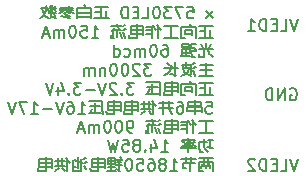
<source format=gbo>
%TF.GenerationSoftware,KiCad,Pcbnew,8.0.5*%
%TF.CreationDate,2024-10-25T17:28:07+08:00*%
%TF.ProjectId,LED_SMT_5730_5S6P_15W,4c45445f-534d-4545-9f35-3733305f3553,rev?*%
%TF.SameCoordinates,Original*%
%TF.FileFunction,Legend,Bot*%
%TF.FilePolarity,Positive*%
%FSLAX46Y46*%
G04 Gerber Fmt 4.6, Leading zero omitted, Abs format (unit mm)*
G04 Created by KiCad (PCBNEW 8.0.5) date 2024-10-25 17:28:07*
%MOMM*%
%LPD*%
G01*
G04 APERTURE LIST*
%ADD10C,0.200000*%
G04 APERTURE END LIST*
D10*
X121205564Y-109677667D02*
X120681755Y-109011000D01*
X121205564Y-109011000D02*
X120681755Y-109677667D01*
X119062707Y-108677667D02*
X119538897Y-108677667D01*
X119538897Y-108677667D02*
X119586516Y-109153857D01*
X119586516Y-109153857D02*
X119538897Y-109106238D01*
X119538897Y-109106238D02*
X119443659Y-109058619D01*
X119443659Y-109058619D02*
X119205564Y-109058619D01*
X119205564Y-109058619D02*
X119110326Y-109106238D01*
X119110326Y-109106238D02*
X119062707Y-109153857D01*
X119062707Y-109153857D02*
X119015088Y-109249095D01*
X119015088Y-109249095D02*
X119015088Y-109487190D01*
X119015088Y-109487190D02*
X119062707Y-109582428D01*
X119062707Y-109582428D02*
X119110326Y-109630048D01*
X119110326Y-109630048D02*
X119205564Y-109677667D01*
X119205564Y-109677667D02*
X119443659Y-109677667D01*
X119443659Y-109677667D02*
X119538897Y-109630048D01*
X119538897Y-109630048D02*
X119586516Y-109582428D01*
X118681754Y-108677667D02*
X118015088Y-108677667D01*
X118015088Y-108677667D02*
X118443659Y-109677667D01*
X117729373Y-108677667D02*
X117110326Y-108677667D01*
X117110326Y-108677667D02*
X117443659Y-109058619D01*
X117443659Y-109058619D02*
X117300802Y-109058619D01*
X117300802Y-109058619D02*
X117205564Y-109106238D01*
X117205564Y-109106238D02*
X117157945Y-109153857D01*
X117157945Y-109153857D02*
X117110326Y-109249095D01*
X117110326Y-109249095D02*
X117110326Y-109487190D01*
X117110326Y-109487190D02*
X117157945Y-109582428D01*
X117157945Y-109582428D02*
X117205564Y-109630048D01*
X117205564Y-109630048D02*
X117300802Y-109677667D01*
X117300802Y-109677667D02*
X117586516Y-109677667D01*
X117586516Y-109677667D02*
X117681754Y-109630048D01*
X117681754Y-109630048D02*
X117729373Y-109582428D01*
X116491278Y-108677667D02*
X116396040Y-108677667D01*
X116396040Y-108677667D02*
X116300802Y-108725286D01*
X116300802Y-108725286D02*
X116253183Y-108772905D01*
X116253183Y-108772905D02*
X116205564Y-108868143D01*
X116205564Y-108868143D02*
X116157945Y-109058619D01*
X116157945Y-109058619D02*
X116157945Y-109296714D01*
X116157945Y-109296714D02*
X116205564Y-109487190D01*
X116205564Y-109487190D02*
X116253183Y-109582428D01*
X116253183Y-109582428D02*
X116300802Y-109630048D01*
X116300802Y-109630048D02*
X116396040Y-109677667D01*
X116396040Y-109677667D02*
X116491278Y-109677667D01*
X116491278Y-109677667D02*
X116586516Y-109630048D01*
X116586516Y-109630048D02*
X116634135Y-109582428D01*
X116634135Y-109582428D02*
X116681754Y-109487190D01*
X116681754Y-109487190D02*
X116729373Y-109296714D01*
X116729373Y-109296714D02*
X116729373Y-109058619D01*
X116729373Y-109058619D02*
X116681754Y-108868143D01*
X116681754Y-108868143D02*
X116634135Y-108772905D01*
X116634135Y-108772905D02*
X116586516Y-108725286D01*
X116586516Y-108725286D02*
X116491278Y-108677667D01*
X115253183Y-109677667D02*
X115729373Y-109677667D01*
X115729373Y-109677667D02*
X115729373Y-108677667D01*
X114919849Y-109153857D02*
X114586516Y-109153857D01*
X114443659Y-109677667D02*
X114919849Y-109677667D01*
X114919849Y-109677667D02*
X114919849Y-108677667D01*
X114919849Y-108677667D02*
X114443659Y-108677667D01*
X114015087Y-109677667D02*
X114015087Y-108677667D01*
X114015087Y-108677667D02*
X113776992Y-108677667D01*
X113776992Y-108677667D02*
X113634135Y-108725286D01*
X113634135Y-108725286D02*
X113538897Y-108820524D01*
X113538897Y-108820524D02*
X113491278Y-108915762D01*
X113491278Y-108915762D02*
X113443659Y-109106238D01*
X113443659Y-109106238D02*
X113443659Y-109249095D01*
X113443659Y-109249095D02*
X113491278Y-109439571D01*
X113491278Y-109439571D02*
X113538897Y-109534809D01*
X113538897Y-109534809D02*
X113634135Y-109630048D01*
X113634135Y-109630048D02*
X113776992Y-109677667D01*
X113776992Y-109677667D02*
X114015087Y-109677667D01*
X112348420Y-108677667D02*
X111205563Y-108677667D01*
X111729373Y-109153857D02*
X111253182Y-109153857D01*
X112396039Y-109677667D02*
X111157944Y-109677667D01*
X112157944Y-109011000D02*
X112157944Y-109677667D01*
X111729373Y-108677667D02*
X111729373Y-109677667D01*
X110919849Y-109201476D02*
X109681754Y-109201476D01*
X110919849Y-109582428D02*
X109681754Y-109582428D01*
X110919849Y-108772905D02*
X110919849Y-109677667D01*
X110919849Y-108772905D02*
X109681754Y-108772905D01*
X109681754Y-108772905D02*
X109681754Y-109677667D01*
X110348421Y-108534809D02*
X110443659Y-108772905D01*
X109348421Y-108772905D02*
X108348421Y-108772905D01*
X109396040Y-108963381D02*
X108253183Y-108963381D01*
X108443659Y-108677667D02*
X108300802Y-108868143D01*
X109015088Y-108630048D02*
X109157945Y-108772905D01*
X108634136Y-108963381D02*
X108443659Y-109153857D01*
X108443659Y-109153857D02*
X108205564Y-109249095D01*
X108919850Y-108868143D02*
X109157945Y-109153857D01*
X109157945Y-109153857D02*
X109443659Y-109249095D01*
X108776993Y-109106238D02*
X109110326Y-109249095D01*
X108586517Y-109249095D02*
X108824612Y-109391952D01*
X108824612Y-109391952D02*
X109110326Y-109439571D01*
X108396040Y-109439571D02*
X108729374Y-109582428D01*
X108729374Y-109582428D02*
X109157945Y-109677667D01*
X107967469Y-108820524D02*
X107348422Y-108820524D01*
X107967469Y-109249095D02*
X107348422Y-109249095D01*
X107634136Y-108534809D02*
X107634136Y-109106238D01*
X107872231Y-108582428D02*
X107824612Y-108725286D01*
X107634136Y-108820524D02*
X107919850Y-109058619D01*
X107443660Y-108582428D02*
X107491279Y-108725286D01*
X107634136Y-108868143D02*
X107396041Y-109011000D01*
X107872231Y-109439571D02*
X107443660Y-109630048D01*
X107729374Y-109106238D02*
X107872231Y-109487190D01*
X107157946Y-108677667D02*
X107348422Y-109106238D01*
X107491279Y-109249095D02*
X107538898Y-109487190D01*
X107538898Y-109487190D02*
X107681755Y-109582428D01*
X107681755Y-109582428D02*
X107919850Y-109677667D01*
X107205565Y-108820524D02*
X106634136Y-108820524D01*
X107110327Y-108582428D02*
X107348422Y-109058619D01*
X107205565Y-108820524D02*
X106967469Y-109344333D01*
X106967469Y-109344333D02*
X106776993Y-109582428D01*
X106776993Y-109582428D02*
X106586517Y-109630048D01*
X106776993Y-108820524D02*
X106919850Y-109344333D01*
X106919850Y-109344333D02*
X107110327Y-109534809D01*
X107110327Y-109534809D02*
X107348422Y-109630048D01*
X121205564Y-110287611D02*
X120062707Y-110287611D01*
X120586517Y-110763801D02*
X120110326Y-110763801D01*
X121253183Y-111287611D02*
X120015088Y-111287611D01*
X121015088Y-110620944D02*
X121015088Y-111287611D01*
X120586517Y-110287611D02*
X120586517Y-111287611D01*
X119443660Y-111001896D02*
X118872232Y-111001896D01*
X118872232Y-111287611D02*
X118538898Y-111287611D01*
X119776993Y-110382849D02*
X119776993Y-111287611D01*
X119443660Y-110668563D02*
X119443660Y-111097134D01*
X119443660Y-110668563D02*
X118872232Y-110668563D01*
X118872232Y-110668563D02*
X118872232Y-111001896D01*
X119776993Y-110382849D02*
X118538898Y-110382849D01*
X118538898Y-110382849D02*
X118538898Y-111287611D01*
X119253184Y-110144753D02*
X119348422Y-110382849D01*
X118253184Y-110335230D02*
X117110327Y-110335230D01*
X118300803Y-111287611D02*
X117062708Y-111287611D01*
X117681756Y-110335230D02*
X117681756Y-111287611D01*
X116253185Y-110430468D02*
X115586518Y-110430468D01*
X116062709Y-110668563D02*
X115586518Y-110668563D01*
X116062709Y-110954277D02*
X115586518Y-110954277D01*
X116586518Y-110382849D02*
X116586518Y-111287611D01*
X116062709Y-110382849D02*
X116062709Y-111287611D01*
X116491280Y-110192372D02*
X116634137Y-110478087D01*
X116634137Y-110478087D02*
X116824613Y-110668563D01*
X116157947Y-110192372D02*
X116300804Y-110525706D01*
X116300804Y-110525706D02*
X116443661Y-110668563D01*
X115348423Y-110668563D02*
X114253185Y-110668563D01*
X115348423Y-110954277D02*
X114253185Y-110954277D01*
X114776995Y-111287611D02*
X114157947Y-111287611D01*
X115348423Y-110335230D02*
X115348423Y-111049515D01*
X114776995Y-110144753D02*
X114776995Y-111287611D01*
X115348423Y-110335230D02*
X114253185Y-110335230D01*
X114253185Y-110335230D02*
X114253185Y-110954277D01*
X114110328Y-111049515D02*
X114157947Y-111287611D01*
X113491281Y-110335230D02*
X112634138Y-110335230D01*
X113443662Y-110668563D02*
X112729376Y-110668563D01*
X112824614Y-111287611D02*
X112634138Y-111287611D01*
X113110329Y-110763801D02*
X113110329Y-111239992D01*
X112776995Y-110763801D02*
X112776995Y-111287611D01*
X112634138Y-111097134D02*
X112634138Y-111287611D01*
X112919852Y-110478087D02*
X112681757Y-110716182D01*
X113776995Y-110192372D02*
X113586519Y-110287611D01*
X113872233Y-110525706D02*
X113634138Y-110620944D01*
X113634138Y-110859039D02*
X113824614Y-111287611D01*
X113110329Y-110144753D02*
X113157948Y-110335230D01*
X113157948Y-110335230D02*
X113300805Y-110620944D01*
X113348424Y-110811420D02*
X113443662Y-111192372D01*
X113443662Y-111192372D02*
X113538900Y-111287611D01*
X110967472Y-111287611D02*
X111538900Y-111287611D01*
X111253186Y-111287611D02*
X111253186Y-110287611D01*
X111253186Y-110287611D02*
X111348424Y-110430468D01*
X111348424Y-110430468D02*
X111443662Y-110525706D01*
X111443662Y-110525706D02*
X111538900Y-110573325D01*
X110062710Y-110287611D02*
X110538900Y-110287611D01*
X110538900Y-110287611D02*
X110586519Y-110763801D01*
X110586519Y-110763801D02*
X110538900Y-110716182D01*
X110538900Y-110716182D02*
X110443662Y-110668563D01*
X110443662Y-110668563D02*
X110205567Y-110668563D01*
X110205567Y-110668563D02*
X110110329Y-110716182D01*
X110110329Y-110716182D02*
X110062710Y-110763801D01*
X110062710Y-110763801D02*
X110015091Y-110859039D01*
X110015091Y-110859039D02*
X110015091Y-111097134D01*
X110015091Y-111097134D02*
X110062710Y-111192372D01*
X110062710Y-111192372D02*
X110110329Y-111239992D01*
X110110329Y-111239992D02*
X110205567Y-111287611D01*
X110205567Y-111287611D02*
X110443662Y-111287611D01*
X110443662Y-111287611D02*
X110538900Y-111239992D01*
X110538900Y-111239992D02*
X110586519Y-111192372D01*
X109396043Y-110287611D02*
X109300805Y-110287611D01*
X109300805Y-110287611D02*
X109205567Y-110335230D01*
X109205567Y-110335230D02*
X109157948Y-110382849D01*
X109157948Y-110382849D02*
X109110329Y-110478087D01*
X109110329Y-110478087D02*
X109062710Y-110668563D01*
X109062710Y-110668563D02*
X109062710Y-110906658D01*
X109062710Y-110906658D02*
X109110329Y-111097134D01*
X109110329Y-111097134D02*
X109157948Y-111192372D01*
X109157948Y-111192372D02*
X109205567Y-111239992D01*
X109205567Y-111239992D02*
X109300805Y-111287611D01*
X109300805Y-111287611D02*
X109396043Y-111287611D01*
X109396043Y-111287611D02*
X109491281Y-111239992D01*
X109491281Y-111239992D02*
X109538900Y-111192372D01*
X109538900Y-111192372D02*
X109586519Y-111097134D01*
X109586519Y-111097134D02*
X109634138Y-110906658D01*
X109634138Y-110906658D02*
X109634138Y-110668563D01*
X109634138Y-110668563D02*
X109586519Y-110478087D01*
X109586519Y-110478087D02*
X109538900Y-110382849D01*
X109538900Y-110382849D02*
X109491281Y-110335230D01*
X109491281Y-110335230D02*
X109396043Y-110287611D01*
X108634138Y-111287611D02*
X108634138Y-110620944D01*
X108634138Y-110716182D02*
X108586519Y-110668563D01*
X108586519Y-110668563D02*
X108491281Y-110620944D01*
X108491281Y-110620944D02*
X108348424Y-110620944D01*
X108348424Y-110620944D02*
X108253186Y-110668563D01*
X108253186Y-110668563D02*
X108205567Y-110763801D01*
X108205567Y-110763801D02*
X108205567Y-111287611D01*
X108205567Y-110763801D02*
X108157948Y-110668563D01*
X108157948Y-110668563D02*
X108062710Y-110620944D01*
X108062710Y-110620944D02*
X107919853Y-110620944D01*
X107919853Y-110620944D02*
X107824614Y-110668563D01*
X107824614Y-110668563D02*
X107776995Y-110763801D01*
X107776995Y-110763801D02*
X107776995Y-111287611D01*
X107348424Y-111001896D02*
X106872234Y-111001896D01*
X107443662Y-111287611D02*
X107110329Y-110287611D01*
X107110329Y-110287611D02*
X106776996Y-111287611D01*
X121253183Y-112278507D02*
X120015088Y-112278507D01*
X120443660Y-112897555D02*
X120062707Y-112897555D01*
X120634136Y-111754697D02*
X120634136Y-112278507D01*
X120443660Y-112278507D02*
X120443660Y-112897555D01*
X120015088Y-112707078D02*
X120062707Y-112897555D01*
X121062707Y-111849936D02*
X120919850Y-112135650D01*
X120205564Y-111802316D02*
X120348422Y-112135650D01*
X120824612Y-112278507D02*
X120919850Y-112659459D01*
X120919850Y-112659459D02*
X121062707Y-112802316D01*
X121062707Y-112802316D02*
X121253183Y-112897555D01*
X119205565Y-112088031D02*
X118634136Y-112088031D01*
X119729374Y-112183269D02*
X119396041Y-112183269D01*
X119253184Y-112564221D02*
X118634136Y-112564221D01*
X119015089Y-112849936D02*
X118586517Y-112849936D01*
X119157946Y-112849936D02*
X118776993Y-112849936D01*
X119300803Y-112849936D02*
X118872232Y-112849936D01*
X119681755Y-112897555D02*
X119443660Y-112897555D01*
X119776993Y-111849936D02*
X119396041Y-111849936D01*
X119396041Y-111849936D02*
X119396041Y-112135650D01*
X119253184Y-112278507D02*
X119253184Y-112564221D01*
X119205565Y-111849936D02*
X119205565Y-112088031D01*
X118919851Y-112088031D02*
X118919851Y-112849936D01*
X119205565Y-111849936D02*
X118634136Y-111849936D01*
X118634136Y-111849936D02*
X118634136Y-112088031D01*
X119253184Y-112278507D02*
X118634136Y-112278507D01*
X118634136Y-112278507D02*
X118634136Y-112564221D01*
X118729374Y-112659459D02*
X118538898Y-112849936D01*
X119729374Y-112135650D02*
X119776993Y-112421364D01*
X119776993Y-112421364D02*
X119396041Y-112421364D01*
X119396041Y-112421364D02*
X119443660Y-112897555D01*
X116967470Y-111897555D02*
X117157946Y-111897555D01*
X117157946Y-111897555D02*
X117253184Y-111945174D01*
X117253184Y-111945174D02*
X117300803Y-111992793D01*
X117300803Y-111992793D02*
X117396041Y-112135650D01*
X117396041Y-112135650D02*
X117443660Y-112326126D01*
X117443660Y-112326126D02*
X117443660Y-112707078D01*
X117443660Y-112707078D02*
X117396041Y-112802316D01*
X117396041Y-112802316D02*
X117348422Y-112849936D01*
X117348422Y-112849936D02*
X117253184Y-112897555D01*
X117253184Y-112897555D02*
X117062708Y-112897555D01*
X117062708Y-112897555D02*
X116967470Y-112849936D01*
X116967470Y-112849936D02*
X116919851Y-112802316D01*
X116919851Y-112802316D02*
X116872232Y-112707078D01*
X116872232Y-112707078D02*
X116872232Y-112468983D01*
X116872232Y-112468983D02*
X116919851Y-112373745D01*
X116919851Y-112373745D02*
X116967470Y-112326126D01*
X116967470Y-112326126D02*
X117062708Y-112278507D01*
X117062708Y-112278507D02*
X117253184Y-112278507D01*
X117253184Y-112278507D02*
X117348422Y-112326126D01*
X117348422Y-112326126D02*
X117396041Y-112373745D01*
X117396041Y-112373745D02*
X117443660Y-112468983D01*
X116253184Y-111897555D02*
X116157946Y-111897555D01*
X116157946Y-111897555D02*
X116062708Y-111945174D01*
X116062708Y-111945174D02*
X116015089Y-111992793D01*
X116015089Y-111992793D02*
X115967470Y-112088031D01*
X115967470Y-112088031D02*
X115919851Y-112278507D01*
X115919851Y-112278507D02*
X115919851Y-112516602D01*
X115919851Y-112516602D02*
X115967470Y-112707078D01*
X115967470Y-112707078D02*
X116015089Y-112802316D01*
X116015089Y-112802316D02*
X116062708Y-112849936D01*
X116062708Y-112849936D02*
X116157946Y-112897555D01*
X116157946Y-112897555D02*
X116253184Y-112897555D01*
X116253184Y-112897555D02*
X116348422Y-112849936D01*
X116348422Y-112849936D02*
X116396041Y-112802316D01*
X116396041Y-112802316D02*
X116443660Y-112707078D01*
X116443660Y-112707078D02*
X116491279Y-112516602D01*
X116491279Y-112516602D02*
X116491279Y-112278507D01*
X116491279Y-112278507D02*
X116443660Y-112088031D01*
X116443660Y-112088031D02*
X116396041Y-111992793D01*
X116396041Y-111992793D02*
X116348422Y-111945174D01*
X116348422Y-111945174D02*
X116253184Y-111897555D01*
X115491279Y-112897555D02*
X115491279Y-112230888D01*
X115491279Y-112326126D02*
X115443660Y-112278507D01*
X115443660Y-112278507D02*
X115348422Y-112230888D01*
X115348422Y-112230888D02*
X115205565Y-112230888D01*
X115205565Y-112230888D02*
X115110327Y-112278507D01*
X115110327Y-112278507D02*
X115062708Y-112373745D01*
X115062708Y-112373745D02*
X115062708Y-112897555D01*
X115062708Y-112373745D02*
X115015089Y-112278507D01*
X115015089Y-112278507D02*
X114919851Y-112230888D01*
X114919851Y-112230888D02*
X114776994Y-112230888D01*
X114776994Y-112230888D02*
X114681755Y-112278507D01*
X114681755Y-112278507D02*
X114634136Y-112373745D01*
X114634136Y-112373745D02*
X114634136Y-112897555D01*
X113729375Y-112849936D02*
X113824613Y-112897555D01*
X113824613Y-112897555D02*
X114015089Y-112897555D01*
X114015089Y-112897555D02*
X114110327Y-112849936D01*
X114110327Y-112849936D02*
X114157946Y-112802316D01*
X114157946Y-112802316D02*
X114205565Y-112707078D01*
X114205565Y-112707078D02*
X114205565Y-112421364D01*
X114205565Y-112421364D02*
X114157946Y-112326126D01*
X114157946Y-112326126D02*
X114110327Y-112278507D01*
X114110327Y-112278507D02*
X114015089Y-112230888D01*
X114015089Y-112230888D02*
X113824613Y-112230888D01*
X113824613Y-112230888D02*
X113729375Y-112278507D01*
X112872232Y-112897555D02*
X112872232Y-111897555D01*
X112872232Y-112849936D02*
X112967470Y-112897555D01*
X112967470Y-112897555D02*
X113157946Y-112897555D01*
X113157946Y-112897555D02*
X113253184Y-112849936D01*
X113253184Y-112849936D02*
X113300803Y-112802316D01*
X113300803Y-112802316D02*
X113348422Y-112707078D01*
X113348422Y-112707078D02*
X113348422Y-112421364D01*
X113348422Y-112421364D02*
X113300803Y-112326126D01*
X113300803Y-112326126D02*
X113253184Y-112278507D01*
X113253184Y-112278507D02*
X113157946Y-112230888D01*
X113157946Y-112230888D02*
X112967470Y-112230888D01*
X112967470Y-112230888D02*
X112872232Y-112278507D01*
X121205564Y-113650356D02*
X120110326Y-113650356D01*
X121110326Y-114078927D02*
X120157945Y-114078927D01*
X121253183Y-114507499D02*
X120015088Y-114507499D01*
X120634136Y-113650356D02*
X120634136Y-114507499D01*
X120729374Y-113412260D02*
X120538898Y-113602737D01*
X118967470Y-113364641D02*
X118967470Y-113888451D01*
X119681755Y-113412260D02*
X119491279Y-113507499D01*
X119776993Y-113745594D02*
X119538898Y-113840832D01*
X119205565Y-113888451D02*
X119110327Y-114174165D01*
X119110327Y-114174165D02*
X118919851Y-114364641D01*
X118919851Y-114364641D02*
X118538898Y-114507499D01*
X119348422Y-113602737D02*
X118586517Y-113602737D01*
X118586517Y-113602737D02*
X118681755Y-113793213D01*
X119538898Y-114078927D02*
X119729374Y-114507499D01*
X119348422Y-113888451D02*
X118681755Y-113888451D01*
X118681755Y-113888451D02*
X118776993Y-114174165D01*
X118776993Y-114174165D02*
X119015089Y-114364641D01*
X119015089Y-114364641D02*
X119348422Y-114507499D01*
X119348422Y-113602737D02*
X119348422Y-114031308D01*
X119348422Y-114031308D02*
X119396041Y-114364641D01*
X118300803Y-113888451D02*
X117062708Y-113888451D01*
X118015089Y-113364641D02*
X118015089Y-114507499D01*
X117681756Y-113888451D02*
X117586518Y-114126546D01*
X117586518Y-114126546D02*
X117348422Y-114364641D01*
X117348422Y-114364641D02*
X117062708Y-114459880D01*
X117300803Y-113412260D02*
X117491280Y-113602737D01*
X117491280Y-113602737D02*
X117824613Y-113745594D01*
X117634137Y-114412260D02*
X118062708Y-114459880D01*
X116015089Y-113507499D02*
X115396042Y-113507499D01*
X115396042Y-113507499D02*
X115729375Y-113888451D01*
X115729375Y-113888451D02*
X115586518Y-113888451D01*
X115586518Y-113888451D02*
X115491280Y-113936070D01*
X115491280Y-113936070D02*
X115443661Y-113983689D01*
X115443661Y-113983689D02*
X115396042Y-114078927D01*
X115396042Y-114078927D02*
X115396042Y-114317022D01*
X115396042Y-114317022D02*
X115443661Y-114412260D01*
X115443661Y-114412260D02*
X115491280Y-114459880D01*
X115491280Y-114459880D02*
X115586518Y-114507499D01*
X115586518Y-114507499D02*
X115872232Y-114507499D01*
X115872232Y-114507499D02*
X115967470Y-114459880D01*
X115967470Y-114459880D02*
X116015089Y-114412260D01*
X115015089Y-113602737D02*
X114967470Y-113555118D01*
X114967470Y-113555118D02*
X114872232Y-113507499D01*
X114872232Y-113507499D02*
X114634137Y-113507499D01*
X114634137Y-113507499D02*
X114538899Y-113555118D01*
X114538899Y-113555118D02*
X114491280Y-113602737D01*
X114491280Y-113602737D02*
X114443661Y-113697975D01*
X114443661Y-113697975D02*
X114443661Y-113793213D01*
X114443661Y-113793213D02*
X114491280Y-113936070D01*
X114491280Y-113936070D02*
X115062708Y-114507499D01*
X115062708Y-114507499D02*
X114443661Y-114507499D01*
X113824613Y-113507499D02*
X113729375Y-113507499D01*
X113729375Y-113507499D02*
X113634137Y-113555118D01*
X113634137Y-113555118D02*
X113586518Y-113602737D01*
X113586518Y-113602737D02*
X113538899Y-113697975D01*
X113538899Y-113697975D02*
X113491280Y-113888451D01*
X113491280Y-113888451D02*
X113491280Y-114126546D01*
X113491280Y-114126546D02*
X113538899Y-114317022D01*
X113538899Y-114317022D02*
X113586518Y-114412260D01*
X113586518Y-114412260D02*
X113634137Y-114459880D01*
X113634137Y-114459880D02*
X113729375Y-114507499D01*
X113729375Y-114507499D02*
X113824613Y-114507499D01*
X113824613Y-114507499D02*
X113919851Y-114459880D01*
X113919851Y-114459880D02*
X113967470Y-114412260D01*
X113967470Y-114412260D02*
X114015089Y-114317022D01*
X114015089Y-114317022D02*
X114062708Y-114126546D01*
X114062708Y-114126546D02*
X114062708Y-113888451D01*
X114062708Y-113888451D02*
X114015089Y-113697975D01*
X114015089Y-113697975D02*
X113967470Y-113602737D01*
X113967470Y-113602737D02*
X113919851Y-113555118D01*
X113919851Y-113555118D02*
X113824613Y-113507499D01*
X112872232Y-113507499D02*
X112776994Y-113507499D01*
X112776994Y-113507499D02*
X112681756Y-113555118D01*
X112681756Y-113555118D02*
X112634137Y-113602737D01*
X112634137Y-113602737D02*
X112586518Y-113697975D01*
X112586518Y-113697975D02*
X112538899Y-113888451D01*
X112538899Y-113888451D02*
X112538899Y-114126546D01*
X112538899Y-114126546D02*
X112586518Y-114317022D01*
X112586518Y-114317022D02*
X112634137Y-114412260D01*
X112634137Y-114412260D02*
X112681756Y-114459880D01*
X112681756Y-114459880D02*
X112776994Y-114507499D01*
X112776994Y-114507499D02*
X112872232Y-114507499D01*
X112872232Y-114507499D02*
X112967470Y-114459880D01*
X112967470Y-114459880D02*
X113015089Y-114412260D01*
X113015089Y-114412260D02*
X113062708Y-114317022D01*
X113062708Y-114317022D02*
X113110327Y-114126546D01*
X113110327Y-114126546D02*
X113110327Y-113888451D01*
X113110327Y-113888451D02*
X113062708Y-113697975D01*
X113062708Y-113697975D02*
X113015089Y-113602737D01*
X113015089Y-113602737D02*
X112967470Y-113555118D01*
X112967470Y-113555118D02*
X112872232Y-113507499D01*
X112110327Y-113840832D02*
X112110327Y-114507499D01*
X112110327Y-113936070D02*
X112062708Y-113888451D01*
X112062708Y-113888451D02*
X111967470Y-113840832D01*
X111967470Y-113840832D02*
X111824613Y-113840832D01*
X111824613Y-113840832D02*
X111729375Y-113888451D01*
X111729375Y-113888451D02*
X111681756Y-113983689D01*
X111681756Y-113983689D02*
X111681756Y-114507499D01*
X111205565Y-114507499D02*
X111205565Y-113840832D01*
X111205565Y-113936070D02*
X111157946Y-113888451D01*
X111157946Y-113888451D02*
X111062708Y-113840832D01*
X111062708Y-113840832D02*
X110919851Y-113840832D01*
X110919851Y-113840832D02*
X110824613Y-113888451D01*
X110824613Y-113888451D02*
X110776994Y-113983689D01*
X110776994Y-113983689D02*
X110776994Y-114507499D01*
X110776994Y-113983689D02*
X110729375Y-113888451D01*
X110729375Y-113888451D02*
X110634137Y-113840832D01*
X110634137Y-113840832D02*
X110491280Y-113840832D01*
X110491280Y-113840832D02*
X110396041Y-113888451D01*
X110396041Y-113888451D02*
X110348422Y-113983689D01*
X110348422Y-113983689D02*
X110348422Y-114507499D01*
X121205564Y-115117443D02*
X120062707Y-115117443D01*
X120586517Y-115593633D02*
X120110326Y-115593633D01*
X121253183Y-116117443D02*
X120015088Y-116117443D01*
X121015088Y-115450776D02*
X121015088Y-116117443D01*
X120586517Y-115117443D02*
X120586517Y-116117443D01*
X119443660Y-115831728D02*
X118872232Y-115831728D01*
X118872232Y-116117443D02*
X118538898Y-116117443D01*
X119776993Y-115212681D02*
X119776993Y-116117443D01*
X119443660Y-115498395D02*
X119443660Y-115926966D01*
X119443660Y-115498395D02*
X118872232Y-115498395D01*
X118872232Y-115498395D02*
X118872232Y-115831728D01*
X119776993Y-115212681D02*
X118538898Y-115212681D01*
X118538898Y-115212681D02*
X118538898Y-116117443D01*
X119253184Y-114974585D02*
X119348422Y-115212681D01*
X118300803Y-115498395D02*
X117205565Y-115498395D01*
X118300803Y-115784109D02*
X117205565Y-115784109D01*
X117729375Y-116117443D02*
X117110327Y-116117443D01*
X118300803Y-115165062D02*
X118300803Y-115879347D01*
X117729375Y-114974585D02*
X117729375Y-116117443D01*
X118300803Y-115165062D02*
X117205565Y-115165062D01*
X117205565Y-115165062D02*
X117205565Y-115784109D01*
X117062708Y-115879347D02*
X117110327Y-116117443D01*
X116729375Y-115069824D02*
X115586518Y-115069824D01*
X116538899Y-115498395D02*
X115681756Y-115498395D01*
X116634137Y-116069824D02*
X115586518Y-116069824D01*
X116110328Y-115212681D02*
X116110328Y-116069824D01*
X115872232Y-115688871D02*
X115729375Y-115879347D01*
X116729375Y-115069824D02*
X116729375Y-115688871D01*
X116729375Y-115688871D02*
X116776994Y-116117443D01*
X114538899Y-115117443D02*
X113919852Y-115117443D01*
X113919852Y-115117443D02*
X114253185Y-115498395D01*
X114253185Y-115498395D02*
X114110328Y-115498395D01*
X114110328Y-115498395D02*
X114015090Y-115546014D01*
X114015090Y-115546014D02*
X113967471Y-115593633D01*
X113967471Y-115593633D02*
X113919852Y-115688871D01*
X113919852Y-115688871D02*
X113919852Y-115926966D01*
X113919852Y-115926966D02*
X113967471Y-116022204D01*
X113967471Y-116022204D02*
X114015090Y-116069824D01*
X114015090Y-116069824D02*
X114110328Y-116117443D01*
X114110328Y-116117443D02*
X114396042Y-116117443D01*
X114396042Y-116117443D02*
X114491280Y-116069824D01*
X114491280Y-116069824D02*
X114538899Y-116022204D01*
X113491280Y-116022204D02*
X113443661Y-116069824D01*
X113443661Y-116069824D02*
X113491280Y-116117443D01*
X113491280Y-116117443D02*
X113538899Y-116069824D01*
X113538899Y-116069824D02*
X113491280Y-116022204D01*
X113491280Y-116022204D02*
X113491280Y-116117443D01*
X113062709Y-115212681D02*
X113015090Y-115165062D01*
X113015090Y-115165062D02*
X112919852Y-115117443D01*
X112919852Y-115117443D02*
X112681757Y-115117443D01*
X112681757Y-115117443D02*
X112586519Y-115165062D01*
X112586519Y-115165062D02*
X112538900Y-115212681D01*
X112538900Y-115212681D02*
X112491281Y-115307919D01*
X112491281Y-115307919D02*
X112491281Y-115403157D01*
X112491281Y-115403157D02*
X112538900Y-115546014D01*
X112538900Y-115546014D02*
X113110328Y-116117443D01*
X113110328Y-116117443D02*
X112491281Y-116117443D01*
X112205566Y-115117443D02*
X111872233Y-116117443D01*
X111872233Y-116117443D02*
X111538900Y-115117443D01*
X111205566Y-115736490D02*
X110443662Y-115736490D01*
X110062709Y-115117443D02*
X109443662Y-115117443D01*
X109443662Y-115117443D02*
X109776995Y-115498395D01*
X109776995Y-115498395D02*
X109634138Y-115498395D01*
X109634138Y-115498395D02*
X109538900Y-115546014D01*
X109538900Y-115546014D02*
X109491281Y-115593633D01*
X109491281Y-115593633D02*
X109443662Y-115688871D01*
X109443662Y-115688871D02*
X109443662Y-115926966D01*
X109443662Y-115926966D02*
X109491281Y-116022204D01*
X109491281Y-116022204D02*
X109538900Y-116069824D01*
X109538900Y-116069824D02*
X109634138Y-116117443D01*
X109634138Y-116117443D02*
X109919852Y-116117443D01*
X109919852Y-116117443D02*
X110015090Y-116069824D01*
X110015090Y-116069824D02*
X110062709Y-116022204D01*
X109015090Y-116022204D02*
X108967471Y-116069824D01*
X108967471Y-116069824D02*
X109015090Y-116117443D01*
X109015090Y-116117443D02*
X109062709Y-116069824D01*
X109062709Y-116069824D02*
X109015090Y-116022204D01*
X109015090Y-116022204D02*
X109015090Y-116117443D01*
X108110329Y-115450776D02*
X108110329Y-116117443D01*
X108348424Y-115069824D02*
X108586519Y-115784109D01*
X108586519Y-115784109D02*
X107967472Y-115784109D01*
X107729376Y-115117443D02*
X107396043Y-116117443D01*
X107396043Y-116117443D02*
X107062710Y-115117443D01*
X120634136Y-116727387D02*
X121110326Y-116727387D01*
X121110326Y-116727387D02*
X121157945Y-117203577D01*
X121157945Y-117203577D02*
X121110326Y-117155958D01*
X121110326Y-117155958D02*
X121015088Y-117108339D01*
X121015088Y-117108339D02*
X120776993Y-117108339D01*
X120776993Y-117108339D02*
X120681755Y-117155958D01*
X120681755Y-117155958D02*
X120634136Y-117203577D01*
X120634136Y-117203577D02*
X120586517Y-117298815D01*
X120586517Y-117298815D02*
X120586517Y-117536910D01*
X120586517Y-117536910D02*
X120634136Y-117632148D01*
X120634136Y-117632148D02*
X120681755Y-117679768D01*
X120681755Y-117679768D02*
X120776993Y-117727387D01*
X120776993Y-117727387D02*
X121015088Y-117727387D01*
X121015088Y-117727387D02*
X121110326Y-117679768D01*
X121110326Y-117679768D02*
X121157945Y-117632148D01*
X120253183Y-117060720D02*
X119157945Y-117060720D01*
X120300802Y-117489291D02*
X119062707Y-117489291D01*
X120300802Y-117203577D02*
X120300802Y-117584529D01*
X120253183Y-116775006D02*
X120253183Y-117013101D01*
X119681755Y-116584529D02*
X119681755Y-117727387D01*
X120253183Y-116775006D02*
X119157945Y-116775006D01*
X119157945Y-116775006D02*
X119157945Y-117013101D01*
X120300802Y-117203577D02*
X119062707Y-117203577D01*
X119062707Y-117203577D02*
X119062707Y-117536910D01*
X118253184Y-116727387D02*
X118443660Y-116727387D01*
X118443660Y-116727387D02*
X118538898Y-116775006D01*
X118538898Y-116775006D02*
X118586517Y-116822625D01*
X118586517Y-116822625D02*
X118681755Y-116965482D01*
X118681755Y-116965482D02*
X118729374Y-117155958D01*
X118729374Y-117155958D02*
X118729374Y-117536910D01*
X118729374Y-117536910D02*
X118681755Y-117632148D01*
X118681755Y-117632148D02*
X118634136Y-117679768D01*
X118634136Y-117679768D02*
X118538898Y-117727387D01*
X118538898Y-117727387D02*
X118348422Y-117727387D01*
X118348422Y-117727387D02*
X118253184Y-117679768D01*
X118253184Y-117679768D02*
X118205565Y-117632148D01*
X118205565Y-117632148D02*
X118157946Y-117536910D01*
X118157946Y-117536910D02*
X118157946Y-117298815D01*
X118157946Y-117298815D02*
X118205565Y-117203577D01*
X118205565Y-117203577D02*
X118253184Y-117155958D01*
X118253184Y-117155958D02*
X118348422Y-117108339D01*
X118348422Y-117108339D02*
X118538898Y-117108339D01*
X118538898Y-117108339D02*
X118634136Y-117155958D01*
X118634136Y-117155958D02*
X118681755Y-117203577D01*
X118681755Y-117203577D02*
X118729374Y-117298815D01*
X117824612Y-116870244D02*
X116681755Y-116870244D01*
X117872231Y-117251196D02*
X116634136Y-117251196D01*
X116967470Y-116870244D02*
X116967470Y-117727387D01*
X117538898Y-116632148D02*
X117491279Y-116822625D01*
X117586517Y-117489291D02*
X117776993Y-117727387D01*
X116967470Y-116632148D02*
X117015089Y-116775006D01*
X117538898Y-116870244D02*
X117538898Y-117251196D01*
X117538898Y-117251196D02*
X117586517Y-117536910D01*
X115967470Y-116917863D02*
X115157946Y-116917863D01*
X116015089Y-117346434D02*
X115157946Y-117346434D01*
X116157946Y-116822625D02*
X116157946Y-117727387D01*
X115776994Y-116632148D02*
X115776994Y-117298815D01*
X115396041Y-116632148D02*
X115396041Y-117298815D01*
X115443660Y-117489291D02*
X115157946Y-117727387D01*
X115776994Y-117489291D02*
X116015089Y-117727387D01*
X116062708Y-116632148D02*
X116205565Y-116917863D01*
X116205565Y-116917863D02*
X116396041Y-117108339D01*
X114919851Y-117108339D02*
X113824613Y-117108339D01*
X114919851Y-117394053D02*
X113824613Y-117394053D01*
X114348423Y-117727387D02*
X113729375Y-117727387D01*
X114919851Y-116775006D02*
X114919851Y-117489291D01*
X114348423Y-116584529D02*
X114348423Y-117727387D01*
X114919851Y-116775006D02*
X113824613Y-116775006D01*
X113824613Y-116775006D02*
X113824613Y-117394053D01*
X113681756Y-117489291D02*
X113729375Y-117727387D01*
X113443661Y-117108339D02*
X112348423Y-117108339D01*
X113443661Y-117394053D02*
X112348423Y-117394053D01*
X112872233Y-117727387D02*
X112253185Y-117727387D01*
X113443661Y-116775006D02*
X113443661Y-117489291D01*
X112872233Y-116584529D02*
X112872233Y-117727387D01*
X113443661Y-116775006D02*
X112348423Y-116775006D01*
X112348423Y-116775006D02*
X112348423Y-117394053D01*
X112205566Y-117489291D02*
X112253185Y-117727387D01*
X111872233Y-116679768D02*
X110729376Y-116679768D01*
X111681757Y-117108339D02*
X110824614Y-117108339D01*
X111776995Y-117679768D02*
X110729376Y-117679768D01*
X111253186Y-116822625D02*
X111253186Y-117679768D01*
X111015090Y-117298815D02*
X110872233Y-117489291D01*
X111872233Y-116679768D02*
X111872233Y-117298815D01*
X111872233Y-117298815D02*
X111919852Y-117727387D01*
X109824615Y-117727387D02*
X110396043Y-117727387D01*
X110110329Y-117727387D02*
X110110329Y-116727387D01*
X110110329Y-116727387D02*
X110205567Y-116870244D01*
X110205567Y-116870244D02*
X110300805Y-116965482D01*
X110300805Y-116965482D02*
X110396043Y-117013101D01*
X108967472Y-116727387D02*
X109157948Y-116727387D01*
X109157948Y-116727387D02*
X109253186Y-116775006D01*
X109253186Y-116775006D02*
X109300805Y-116822625D01*
X109300805Y-116822625D02*
X109396043Y-116965482D01*
X109396043Y-116965482D02*
X109443662Y-117155958D01*
X109443662Y-117155958D02*
X109443662Y-117536910D01*
X109443662Y-117536910D02*
X109396043Y-117632148D01*
X109396043Y-117632148D02*
X109348424Y-117679768D01*
X109348424Y-117679768D02*
X109253186Y-117727387D01*
X109253186Y-117727387D02*
X109062710Y-117727387D01*
X109062710Y-117727387D02*
X108967472Y-117679768D01*
X108967472Y-117679768D02*
X108919853Y-117632148D01*
X108919853Y-117632148D02*
X108872234Y-117536910D01*
X108872234Y-117536910D02*
X108872234Y-117298815D01*
X108872234Y-117298815D02*
X108919853Y-117203577D01*
X108919853Y-117203577D02*
X108967472Y-117155958D01*
X108967472Y-117155958D02*
X109062710Y-117108339D01*
X109062710Y-117108339D02*
X109253186Y-117108339D01*
X109253186Y-117108339D02*
X109348424Y-117155958D01*
X109348424Y-117155958D02*
X109396043Y-117203577D01*
X109396043Y-117203577D02*
X109443662Y-117298815D01*
X108586519Y-116727387D02*
X108253186Y-117727387D01*
X108253186Y-117727387D02*
X107919853Y-116727387D01*
X107586519Y-117346434D02*
X106824615Y-117346434D01*
X105824615Y-117727387D02*
X106396043Y-117727387D01*
X106110329Y-117727387D02*
X106110329Y-116727387D01*
X106110329Y-116727387D02*
X106205567Y-116870244D01*
X106205567Y-116870244D02*
X106300805Y-116965482D01*
X106300805Y-116965482D02*
X106396043Y-117013101D01*
X105491281Y-116727387D02*
X104824615Y-116727387D01*
X104824615Y-116727387D02*
X105253186Y-117727387D01*
X104586519Y-116727387D02*
X104253186Y-117727387D01*
X104253186Y-117727387D02*
X103919853Y-116727387D01*
X121205564Y-118384950D02*
X120062707Y-118384950D01*
X121253183Y-119337331D02*
X120015088Y-119337331D01*
X120634136Y-118384950D02*
X120634136Y-119337331D01*
X119205565Y-118480188D02*
X118538898Y-118480188D01*
X119015089Y-118718283D02*
X118538898Y-118718283D01*
X119015089Y-119003997D02*
X118538898Y-119003997D01*
X119538898Y-118432569D02*
X119538898Y-119337331D01*
X119015089Y-118432569D02*
X119015089Y-119337331D01*
X119443660Y-118242092D02*
X119586517Y-118527807D01*
X119586517Y-118527807D02*
X119776993Y-118718283D01*
X119110327Y-118242092D02*
X119253184Y-118575426D01*
X119253184Y-118575426D02*
X119396041Y-118718283D01*
X118300803Y-118718283D02*
X117205565Y-118718283D01*
X118300803Y-119003997D02*
X117205565Y-119003997D01*
X117729375Y-119337331D02*
X117110327Y-119337331D01*
X118300803Y-118384950D02*
X118300803Y-119099235D01*
X117729375Y-118194473D02*
X117729375Y-119337331D01*
X118300803Y-118384950D02*
X117205565Y-118384950D01*
X117205565Y-118384950D02*
X117205565Y-119003997D01*
X117062708Y-119099235D02*
X117110327Y-119337331D01*
X116443661Y-118384950D02*
X115586518Y-118384950D01*
X116396042Y-118718283D02*
X115681756Y-118718283D01*
X115776994Y-119337331D02*
X115586518Y-119337331D01*
X116062709Y-118813521D02*
X116062709Y-119289712D01*
X115729375Y-118813521D02*
X115729375Y-119337331D01*
X115586518Y-119146854D02*
X115586518Y-119337331D01*
X115872232Y-118527807D02*
X115634137Y-118765902D01*
X116729375Y-118242092D02*
X116538899Y-118337331D01*
X116824613Y-118575426D02*
X116586518Y-118670664D01*
X116586518Y-118908759D02*
X116776994Y-119337331D01*
X116062709Y-118194473D02*
X116110328Y-118384950D01*
X116110328Y-118384950D02*
X116253185Y-118670664D01*
X116300804Y-118861140D02*
X116396042Y-119242092D01*
X116396042Y-119242092D02*
X116491280Y-119337331D01*
X114396042Y-119337331D02*
X114205566Y-119337331D01*
X114205566Y-119337331D02*
X114110328Y-119289712D01*
X114110328Y-119289712D02*
X114062709Y-119242092D01*
X114062709Y-119242092D02*
X113967471Y-119099235D01*
X113967471Y-119099235D02*
X113919852Y-118908759D01*
X113919852Y-118908759D02*
X113919852Y-118527807D01*
X113919852Y-118527807D02*
X113967471Y-118432569D01*
X113967471Y-118432569D02*
X114015090Y-118384950D01*
X114015090Y-118384950D02*
X114110328Y-118337331D01*
X114110328Y-118337331D02*
X114300804Y-118337331D01*
X114300804Y-118337331D02*
X114396042Y-118384950D01*
X114396042Y-118384950D02*
X114443661Y-118432569D01*
X114443661Y-118432569D02*
X114491280Y-118527807D01*
X114491280Y-118527807D02*
X114491280Y-118765902D01*
X114491280Y-118765902D02*
X114443661Y-118861140D01*
X114443661Y-118861140D02*
X114396042Y-118908759D01*
X114396042Y-118908759D02*
X114300804Y-118956378D01*
X114300804Y-118956378D02*
X114110328Y-118956378D01*
X114110328Y-118956378D02*
X114015090Y-118908759D01*
X114015090Y-118908759D02*
X113967471Y-118861140D01*
X113967471Y-118861140D02*
X113919852Y-118765902D01*
X113300804Y-118337331D02*
X113205566Y-118337331D01*
X113205566Y-118337331D02*
X113110328Y-118384950D01*
X113110328Y-118384950D02*
X113062709Y-118432569D01*
X113062709Y-118432569D02*
X113015090Y-118527807D01*
X113015090Y-118527807D02*
X112967471Y-118718283D01*
X112967471Y-118718283D02*
X112967471Y-118956378D01*
X112967471Y-118956378D02*
X113015090Y-119146854D01*
X113015090Y-119146854D02*
X113062709Y-119242092D01*
X113062709Y-119242092D02*
X113110328Y-119289712D01*
X113110328Y-119289712D02*
X113205566Y-119337331D01*
X113205566Y-119337331D02*
X113300804Y-119337331D01*
X113300804Y-119337331D02*
X113396042Y-119289712D01*
X113396042Y-119289712D02*
X113443661Y-119242092D01*
X113443661Y-119242092D02*
X113491280Y-119146854D01*
X113491280Y-119146854D02*
X113538899Y-118956378D01*
X113538899Y-118956378D02*
X113538899Y-118718283D01*
X113538899Y-118718283D02*
X113491280Y-118527807D01*
X113491280Y-118527807D02*
X113443661Y-118432569D01*
X113443661Y-118432569D02*
X113396042Y-118384950D01*
X113396042Y-118384950D02*
X113300804Y-118337331D01*
X112348423Y-118337331D02*
X112253185Y-118337331D01*
X112253185Y-118337331D02*
X112157947Y-118384950D01*
X112157947Y-118384950D02*
X112110328Y-118432569D01*
X112110328Y-118432569D02*
X112062709Y-118527807D01*
X112062709Y-118527807D02*
X112015090Y-118718283D01*
X112015090Y-118718283D02*
X112015090Y-118956378D01*
X112015090Y-118956378D02*
X112062709Y-119146854D01*
X112062709Y-119146854D02*
X112110328Y-119242092D01*
X112110328Y-119242092D02*
X112157947Y-119289712D01*
X112157947Y-119289712D02*
X112253185Y-119337331D01*
X112253185Y-119337331D02*
X112348423Y-119337331D01*
X112348423Y-119337331D02*
X112443661Y-119289712D01*
X112443661Y-119289712D02*
X112491280Y-119242092D01*
X112491280Y-119242092D02*
X112538899Y-119146854D01*
X112538899Y-119146854D02*
X112586518Y-118956378D01*
X112586518Y-118956378D02*
X112586518Y-118718283D01*
X112586518Y-118718283D02*
X112538899Y-118527807D01*
X112538899Y-118527807D02*
X112491280Y-118432569D01*
X112491280Y-118432569D02*
X112443661Y-118384950D01*
X112443661Y-118384950D02*
X112348423Y-118337331D01*
X111586518Y-119337331D02*
X111586518Y-118670664D01*
X111586518Y-118765902D02*
X111538899Y-118718283D01*
X111538899Y-118718283D02*
X111443661Y-118670664D01*
X111443661Y-118670664D02*
X111300804Y-118670664D01*
X111300804Y-118670664D02*
X111205566Y-118718283D01*
X111205566Y-118718283D02*
X111157947Y-118813521D01*
X111157947Y-118813521D02*
X111157947Y-119337331D01*
X111157947Y-118813521D02*
X111110328Y-118718283D01*
X111110328Y-118718283D02*
X111015090Y-118670664D01*
X111015090Y-118670664D02*
X110872233Y-118670664D01*
X110872233Y-118670664D02*
X110776994Y-118718283D01*
X110776994Y-118718283D02*
X110729375Y-118813521D01*
X110729375Y-118813521D02*
X110729375Y-119337331D01*
X110300804Y-119051616D02*
X109824614Y-119051616D01*
X110396042Y-119337331D02*
X110062709Y-118337331D01*
X110062709Y-118337331D02*
X109729376Y-119337331D01*
X121253183Y-119994894D02*
X120776993Y-119994894D01*
X120396041Y-120947275D02*
X120110326Y-120947275D01*
X121015088Y-119994894D02*
X121015088Y-120613941D01*
X120729374Y-120566322D02*
X121253183Y-120661560D01*
X120729374Y-120137751D02*
X120015088Y-120137751D01*
X120015088Y-120137751D02*
X120015088Y-120518703D01*
X120015088Y-120518703D02*
X120110326Y-120947275D01*
X120443660Y-119852036D02*
X120443660Y-120280608D01*
X120443660Y-120280608D02*
X120491279Y-120518703D01*
X120491279Y-120518703D02*
X120586517Y-120756798D01*
X120586517Y-120756798D02*
X120824612Y-120947275D01*
X119729374Y-119994894D02*
X118586517Y-119994894D01*
X119443660Y-120471084D02*
X118919851Y-120471084D01*
X119776993Y-120661560D02*
X118538898Y-120661560D01*
X119157946Y-120518703D02*
X119157946Y-120947275D01*
X119396041Y-120185370D02*
X119205565Y-120280608D01*
X119062708Y-120328227D02*
X118872232Y-120518703D01*
X119157946Y-119804417D02*
X119205565Y-120042513D01*
X119205565Y-120042513D02*
X119348422Y-120185370D01*
X119015089Y-120137751D02*
X119348422Y-120471084D01*
X118872232Y-120375846D02*
X118538898Y-120518703D01*
X119681755Y-120137751D02*
X119491279Y-120185370D01*
X119443660Y-120375846D02*
X119776993Y-120471084D01*
X118634136Y-120090132D02*
X118872232Y-120185370D01*
X116872232Y-120947275D02*
X117443660Y-120947275D01*
X117157946Y-120947275D02*
X117157946Y-119947275D01*
X117157946Y-119947275D02*
X117253184Y-120090132D01*
X117253184Y-120090132D02*
X117348422Y-120185370D01*
X117348422Y-120185370D02*
X117443660Y-120232989D01*
X116015089Y-120280608D02*
X116015089Y-120947275D01*
X116253184Y-119899656D02*
X116491279Y-120613941D01*
X116491279Y-120613941D02*
X115872232Y-120613941D01*
X115491279Y-120852036D02*
X115443660Y-120899656D01*
X115443660Y-120899656D02*
X115491279Y-120947275D01*
X115491279Y-120947275D02*
X115538898Y-120899656D01*
X115538898Y-120899656D02*
X115491279Y-120852036D01*
X115491279Y-120852036D02*
X115491279Y-120947275D01*
X114872232Y-120375846D02*
X114967470Y-120328227D01*
X114967470Y-120328227D02*
X115015089Y-120280608D01*
X115015089Y-120280608D02*
X115062708Y-120185370D01*
X115062708Y-120185370D02*
X115062708Y-120137751D01*
X115062708Y-120137751D02*
X115015089Y-120042513D01*
X115015089Y-120042513D02*
X114967470Y-119994894D01*
X114967470Y-119994894D02*
X114872232Y-119947275D01*
X114872232Y-119947275D02*
X114681756Y-119947275D01*
X114681756Y-119947275D02*
X114586518Y-119994894D01*
X114586518Y-119994894D02*
X114538899Y-120042513D01*
X114538899Y-120042513D02*
X114491280Y-120137751D01*
X114491280Y-120137751D02*
X114491280Y-120185370D01*
X114491280Y-120185370D02*
X114538899Y-120280608D01*
X114538899Y-120280608D02*
X114586518Y-120328227D01*
X114586518Y-120328227D02*
X114681756Y-120375846D01*
X114681756Y-120375846D02*
X114872232Y-120375846D01*
X114872232Y-120375846D02*
X114967470Y-120423465D01*
X114967470Y-120423465D02*
X115015089Y-120471084D01*
X115015089Y-120471084D02*
X115062708Y-120566322D01*
X115062708Y-120566322D02*
X115062708Y-120756798D01*
X115062708Y-120756798D02*
X115015089Y-120852036D01*
X115015089Y-120852036D02*
X114967470Y-120899656D01*
X114967470Y-120899656D02*
X114872232Y-120947275D01*
X114872232Y-120947275D02*
X114681756Y-120947275D01*
X114681756Y-120947275D02*
X114586518Y-120899656D01*
X114586518Y-120899656D02*
X114538899Y-120852036D01*
X114538899Y-120852036D02*
X114491280Y-120756798D01*
X114491280Y-120756798D02*
X114491280Y-120566322D01*
X114491280Y-120566322D02*
X114538899Y-120471084D01*
X114538899Y-120471084D02*
X114586518Y-120423465D01*
X114586518Y-120423465D02*
X114681756Y-120375846D01*
X113586518Y-119947275D02*
X114062708Y-119947275D01*
X114062708Y-119947275D02*
X114110327Y-120423465D01*
X114110327Y-120423465D02*
X114062708Y-120375846D01*
X114062708Y-120375846D02*
X113967470Y-120328227D01*
X113967470Y-120328227D02*
X113729375Y-120328227D01*
X113729375Y-120328227D02*
X113634137Y-120375846D01*
X113634137Y-120375846D02*
X113586518Y-120423465D01*
X113586518Y-120423465D02*
X113538899Y-120518703D01*
X113538899Y-120518703D02*
X113538899Y-120756798D01*
X113538899Y-120756798D02*
X113586518Y-120852036D01*
X113586518Y-120852036D02*
X113634137Y-120899656D01*
X113634137Y-120899656D02*
X113729375Y-120947275D01*
X113729375Y-120947275D02*
X113967470Y-120947275D01*
X113967470Y-120947275D02*
X114062708Y-120899656D01*
X114062708Y-120899656D02*
X114110327Y-120852036D01*
X113205565Y-119947275D02*
X112967470Y-120947275D01*
X112967470Y-120947275D02*
X112776994Y-120232989D01*
X112776994Y-120232989D02*
X112586518Y-120947275D01*
X112586518Y-120947275D02*
X112348423Y-119947275D01*
X121253183Y-121509600D02*
X120015088Y-121509600D01*
X120348422Y-122557219D02*
X120110326Y-122557219D01*
X121205564Y-121795314D02*
X121205564Y-122557219D01*
X121205564Y-121795314D02*
X120062707Y-121795314D01*
X120062707Y-121795314D02*
X120062707Y-122557219D01*
X120824612Y-121509600D02*
X120824612Y-121985790D01*
X120824612Y-121985790D02*
X120729374Y-122128647D01*
X120300802Y-122128647D02*
X120205564Y-122319123D01*
X120443660Y-121509600D02*
X120443660Y-121985790D01*
X120443660Y-121985790D02*
X120253183Y-122176266D01*
X120872231Y-121938171D02*
X121015088Y-122319123D01*
X120491279Y-121985790D02*
X120634136Y-122319123D01*
X120824612Y-121842933D02*
X120967469Y-122223885D01*
X120824612Y-121700076D02*
X120872231Y-122128647D01*
X120443660Y-121700076D02*
X120491279Y-122128647D01*
X119776993Y-121604838D02*
X118538898Y-121604838D01*
X118967470Y-122366742D02*
X118729374Y-122366742D01*
X119396041Y-121414361D02*
X119396041Y-121747695D01*
X119300803Y-121890552D02*
X119300803Y-122557219D01*
X118919851Y-121414361D02*
X118919851Y-121747695D01*
X119729374Y-121890552D02*
X118681755Y-121890552D01*
X118681755Y-121890552D02*
X118681755Y-122366742D01*
X117634137Y-122557219D02*
X118205565Y-122557219D01*
X117919851Y-122557219D02*
X117919851Y-121557219D01*
X117919851Y-121557219D02*
X118015089Y-121700076D01*
X118015089Y-121700076D02*
X118110327Y-121795314D01*
X118110327Y-121795314D02*
X118205565Y-121842933D01*
X117062708Y-121985790D02*
X117157946Y-121938171D01*
X117157946Y-121938171D02*
X117205565Y-121890552D01*
X117205565Y-121890552D02*
X117253184Y-121795314D01*
X117253184Y-121795314D02*
X117253184Y-121747695D01*
X117253184Y-121747695D02*
X117205565Y-121652457D01*
X117205565Y-121652457D02*
X117157946Y-121604838D01*
X117157946Y-121604838D02*
X117062708Y-121557219D01*
X117062708Y-121557219D02*
X116872232Y-121557219D01*
X116872232Y-121557219D02*
X116776994Y-121604838D01*
X116776994Y-121604838D02*
X116729375Y-121652457D01*
X116729375Y-121652457D02*
X116681756Y-121747695D01*
X116681756Y-121747695D02*
X116681756Y-121795314D01*
X116681756Y-121795314D02*
X116729375Y-121890552D01*
X116729375Y-121890552D02*
X116776994Y-121938171D01*
X116776994Y-121938171D02*
X116872232Y-121985790D01*
X116872232Y-121985790D02*
X117062708Y-121985790D01*
X117062708Y-121985790D02*
X117157946Y-122033409D01*
X117157946Y-122033409D02*
X117205565Y-122081028D01*
X117205565Y-122081028D02*
X117253184Y-122176266D01*
X117253184Y-122176266D02*
X117253184Y-122366742D01*
X117253184Y-122366742D02*
X117205565Y-122461980D01*
X117205565Y-122461980D02*
X117157946Y-122509600D01*
X117157946Y-122509600D02*
X117062708Y-122557219D01*
X117062708Y-122557219D02*
X116872232Y-122557219D01*
X116872232Y-122557219D02*
X116776994Y-122509600D01*
X116776994Y-122509600D02*
X116729375Y-122461980D01*
X116729375Y-122461980D02*
X116681756Y-122366742D01*
X116681756Y-122366742D02*
X116681756Y-122176266D01*
X116681756Y-122176266D02*
X116729375Y-122081028D01*
X116729375Y-122081028D02*
X116776994Y-122033409D01*
X116776994Y-122033409D02*
X116872232Y-121985790D01*
X115824613Y-121557219D02*
X116015089Y-121557219D01*
X116015089Y-121557219D02*
X116110327Y-121604838D01*
X116110327Y-121604838D02*
X116157946Y-121652457D01*
X116157946Y-121652457D02*
X116253184Y-121795314D01*
X116253184Y-121795314D02*
X116300803Y-121985790D01*
X116300803Y-121985790D02*
X116300803Y-122366742D01*
X116300803Y-122366742D02*
X116253184Y-122461980D01*
X116253184Y-122461980D02*
X116205565Y-122509600D01*
X116205565Y-122509600D02*
X116110327Y-122557219D01*
X116110327Y-122557219D02*
X115919851Y-122557219D01*
X115919851Y-122557219D02*
X115824613Y-122509600D01*
X115824613Y-122509600D02*
X115776994Y-122461980D01*
X115776994Y-122461980D02*
X115729375Y-122366742D01*
X115729375Y-122366742D02*
X115729375Y-122128647D01*
X115729375Y-122128647D02*
X115776994Y-122033409D01*
X115776994Y-122033409D02*
X115824613Y-121985790D01*
X115824613Y-121985790D02*
X115919851Y-121938171D01*
X115919851Y-121938171D02*
X116110327Y-121938171D01*
X116110327Y-121938171D02*
X116205565Y-121985790D01*
X116205565Y-121985790D02*
X116253184Y-122033409D01*
X116253184Y-122033409D02*
X116300803Y-122128647D01*
X114824613Y-121557219D02*
X115300803Y-121557219D01*
X115300803Y-121557219D02*
X115348422Y-122033409D01*
X115348422Y-122033409D02*
X115300803Y-121985790D01*
X115300803Y-121985790D02*
X115205565Y-121938171D01*
X115205565Y-121938171D02*
X114967470Y-121938171D01*
X114967470Y-121938171D02*
X114872232Y-121985790D01*
X114872232Y-121985790D02*
X114824613Y-122033409D01*
X114824613Y-122033409D02*
X114776994Y-122128647D01*
X114776994Y-122128647D02*
X114776994Y-122366742D01*
X114776994Y-122366742D02*
X114824613Y-122461980D01*
X114824613Y-122461980D02*
X114872232Y-122509600D01*
X114872232Y-122509600D02*
X114967470Y-122557219D01*
X114967470Y-122557219D02*
X115205565Y-122557219D01*
X115205565Y-122557219D02*
X115300803Y-122509600D01*
X115300803Y-122509600D02*
X115348422Y-122461980D01*
X114157946Y-121557219D02*
X114062708Y-121557219D01*
X114062708Y-121557219D02*
X113967470Y-121604838D01*
X113967470Y-121604838D02*
X113919851Y-121652457D01*
X113919851Y-121652457D02*
X113872232Y-121747695D01*
X113872232Y-121747695D02*
X113824613Y-121938171D01*
X113824613Y-121938171D02*
X113824613Y-122176266D01*
X113824613Y-122176266D02*
X113872232Y-122366742D01*
X113872232Y-122366742D02*
X113919851Y-122461980D01*
X113919851Y-122461980D02*
X113967470Y-122509600D01*
X113967470Y-122509600D02*
X114062708Y-122557219D01*
X114062708Y-122557219D02*
X114157946Y-122557219D01*
X114157946Y-122557219D02*
X114253184Y-122509600D01*
X114253184Y-122509600D02*
X114300803Y-122461980D01*
X114300803Y-122461980D02*
X114348422Y-122366742D01*
X114348422Y-122366742D02*
X114396041Y-122176266D01*
X114396041Y-122176266D02*
X114396041Y-121938171D01*
X114396041Y-121938171D02*
X114348422Y-121747695D01*
X114348422Y-121747695D02*
X114300803Y-121652457D01*
X114300803Y-121652457D02*
X114253184Y-121604838D01*
X114253184Y-121604838D02*
X114157946Y-121557219D01*
X113443660Y-121652457D02*
X113062708Y-121652457D01*
X112919851Y-121747695D02*
X112348422Y-121747695D01*
X113443660Y-121842933D02*
X113110327Y-121842933D01*
X112919851Y-122033409D02*
X112348422Y-122033409D01*
X113538898Y-122081028D02*
X113062708Y-122081028D01*
X112919851Y-122271504D02*
X112348422Y-122271504D01*
X113015089Y-122557219D02*
X112300803Y-122557219D01*
X113300803Y-121842933D02*
X113300803Y-122557219D01*
X112919851Y-121461980D02*
X112919851Y-122033409D01*
X112634137Y-121461980D02*
X112634137Y-122557219D01*
X112919851Y-121461980D02*
X112348422Y-121461980D01*
X112348422Y-121461980D02*
X112348422Y-122033409D01*
X113348422Y-121414361D02*
X113491279Y-121700076D01*
X113062708Y-122414361D02*
X113348422Y-122557219D01*
X112062708Y-121938171D02*
X110967470Y-121938171D01*
X112062708Y-122223885D02*
X110967470Y-122223885D01*
X111491280Y-122557219D02*
X110872232Y-122557219D01*
X112062708Y-121604838D02*
X112062708Y-122319123D01*
X111491280Y-121414361D02*
X111491280Y-122557219D01*
X112062708Y-121604838D02*
X110967470Y-121604838D01*
X110967470Y-121604838D02*
X110967470Y-122223885D01*
X110824613Y-122319123D02*
X110872232Y-122557219D01*
X110062709Y-122557219D02*
X109396042Y-122557219D01*
X110062709Y-121557219D02*
X110062709Y-122557219D01*
X109776995Y-121414361D02*
X109776995Y-122319123D01*
X109396042Y-121700076D02*
X109396042Y-122223885D01*
X110491280Y-121461980D02*
X110253185Y-121557219D01*
X110586518Y-121795314D02*
X110348423Y-121890552D01*
X109348423Y-122366742D02*
X109396042Y-122557219D01*
X110300804Y-122128647D02*
X110443661Y-122461980D01*
X109443661Y-121700076D02*
X110253185Y-121938171D01*
X109443661Y-122271504D02*
X109634137Y-122271504D01*
X108681757Y-121747695D02*
X107872233Y-121747695D01*
X108729376Y-122176266D02*
X107872233Y-122176266D01*
X108872233Y-121652457D02*
X108872233Y-122557219D01*
X108491281Y-121461980D02*
X108491281Y-122128647D01*
X108110328Y-121461980D02*
X108110328Y-122128647D01*
X108157947Y-122319123D02*
X107872233Y-122557219D01*
X108491281Y-122319123D02*
X108729376Y-122557219D01*
X108776995Y-121461980D02*
X108919852Y-121747695D01*
X108919852Y-121747695D02*
X109110328Y-121938171D01*
X107634138Y-121938171D02*
X106538900Y-121938171D01*
X107634138Y-122223885D02*
X106538900Y-122223885D01*
X107062710Y-122557219D02*
X106443662Y-122557219D01*
X107634138Y-121604838D02*
X107634138Y-122319123D01*
X107062710Y-121414361D02*
X107062710Y-122557219D01*
X107634138Y-121604838D02*
X106538900Y-121604838D01*
X106538900Y-121604838D02*
X106538900Y-122223885D01*
X106396043Y-122319123D02*
X106443662Y-122557219D01*
X127776517Y-115644838D02*
X127871755Y-115597219D01*
X127871755Y-115597219D02*
X128014612Y-115597219D01*
X128014612Y-115597219D02*
X128157469Y-115644838D01*
X128157469Y-115644838D02*
X128252707Y-115740076D01*
X128252707Y-115740076D02*
X128300326Y-115835314D01*
X128300326Y-115835314D02*
X128347945Y-116025790D01*
X128347945Y-116025790D02*
X128347945Y-116168647D01*
X128347945Y-116168647D02*
X128300326Y-116359123D01*
X128300326Y-116359123D02*
X128252707Y-116454361D01*
X128252707Y-116454361D02*
X128157469Y-116549600D01*
X128157469Y-116549600D02*
X128014612Y-116597219D01*
X128014612Y-116597219D02*
X127919374Y-116597219D01*
X127919374Y-116597219D02*
X127776517Y-116549600D01*
X127776517Y-116549600D02*
X127728898Y-116501980D01*
X127728898Y-116501980D02*
X127728898Y-116168647D01*
X127728898Y-116168647D02*
X127919374Y-116168647D01*
X127300326Y-116597219D02*
X127300326Y-115597219D01*
X127300326Y-115597219D02*
X126728898Y-116597219D01*
X126728898Y-116597219D02*
X126728898Y-115597219D01*
X126252707Y-116597219D02*
X126252707Y-115597219D01*
X126252707Y-115597219D02*
X126014612Y-115597219D01*
X126014612Y-115597219D02*
X125871755Y-115644838D01*
X125871755Y-115644838D02*
X125776517Y-115740076D01*
X125776517Y-115740076D02*
X125728898Y-115835314D01*
X125728898Y-115835314D02*
X125681279Y-116025790D01*
X125681279Y-116025790D02*
X125681279Y-116168647D01*
X125681279Y-116168647D02*
X125728898Y-116359123D01*
X125728898Y-116359123D02*
X125776517Y-116454361D01*
X125776517Y-116454361D02*
X125871755Y-116549600D01*
X125871755Y-116549600D02*
X126014612Y-116597219D01*
X126014612Y-116597219D02*
X126252707Y-116597219D01*
X128443183Y-109707219D02*
X128109850Y-110707219D01*
X128109850Y-110707219D02*
X127776517Y-109707219D01*
X126966993Y-110707219D02*
X127443183Y-110707219D01*
X127443183Y-110707219D02*
X127443183Y-109707219D01*
X126633659Y-110183409D02*
X126300326Y-110183409D01*
X126157469Y-110707219D02*
X126633659Y-110707219D01*
X126633659Y-110707219D02*
X126633659Y-109707219D01*
X126633659Y-109707219D02*
X126157469Y-109707219D01*
X125728897Y-110707219D02*
X125728897Y-109707219D01*
X125728897Y-109707219D02*
X125490802Y-109707219D01*
X125490802Y-109707219D02*
X125347945Y-109754838D01*
X125347945Y-109754838D02*
X125252707Y-109850076D01*
X125252707Y-109850076D02*
X125205088Y-109945314D01*
X125205088Y-109945314D02*
X125157469Y-110135790D01*
X125157469Y-110135790D02*
X125157469Y-110278647D01*
X125157469Y-110278647D02*
X125205088Y-110469123D01*
X125205088Y-110469123D02*
X125252707Y-110564361D01*
X125252707Y-110564361D02*
X125347945Y-110659600D01*
X125347945Y-110659600D02*
X125490802Y-110707219D01*
X125490802Y-110707219D02*
X125728897Y-110707219D01*
X124205088Y-110707219D02*
X124776516Y-110707219D01*
X124490802Y-110707219D02*
X124490802Y-109707219D01*
X124490802Y-109707219D02*
X124586040Y-109850076D01*
X124586040Y-109850076D02*
X124681278Y-109945314D01*
X124681278Y-109945314D02*
X124776516Y-109992933D01*
X128443183Y-121557219D02*
X128109850Y-122557219D01*
X128109850Y-122557219D02*
X127776517Y-121557219D01*
X126966993Y-122557219D02*
X127443183Y-122557219D01*
X127443183Y-122557219D02*
X127443183Y-121557219D01*
X126633659Y-122033409D02*
X126300326Y-122033409D01*
X126157469Y-122557219D02*
X126633659Y-122557219D01*
X126633659Y-122557219D02*
X126633659Y-121557219D01*
X126633659Y-121557219D02*
X126157469Y-121557219D01*
X125728897Y-122557219D02*
X125728897Y-121557219D01*
X125728897Y-121557219D02*
X125490802Y-121557219D01*
X125490802Y-121557219D02*
X125347945Y-121604838D01*
X125347945Y-121604838D02*
X125252707Y-121700076D01*
X125252707Y-121700076D02*
X125205088Y-121795314D01*
X125205088Y-121795314D02*
X125157469Y-121985790D01*
X125157469Y-121985790D02*
X125157469Y-122128647D01*
X125157469Y-122128647D02*
X125205088Y-122319123D01*
X125205088Y-122319123D02*
X125252707Y-122414361D01*
X125252707Y-122414361D02*
X125347945Y-122509600D01*
X125347945Y-122509600D02*
X125490802Y-122557219D01*
X125490802Y-122557219D02*
X125728897Y-122557219D01*
X124776516Y-121652457D02*
X124728897Y-121604838D01*
X124728897Y-121604838D02*
X124633659Y-121557219D01*
X124633659Y-121557219D02*
X124395564Y-121557219D01*
X124395564Y-121557219D02*
X124300326Y-121604838D01*
X124300326Y-121604838D02*
X124252707Y-121652457D01*
X124252707Y-121652457D02*
X124205088Y-121747695D01*
X124205088Y-121747695D02*
X124205088Y-121842933D01*
X124205088Y-121842933D02*
X124252707Y-121985790D01*
X124252707Y-121985790D02*
X124824135Y-122557219D01*
X124824135Y-122557219D02*
X124205088Y-122557219D01*
M02*

</source>
